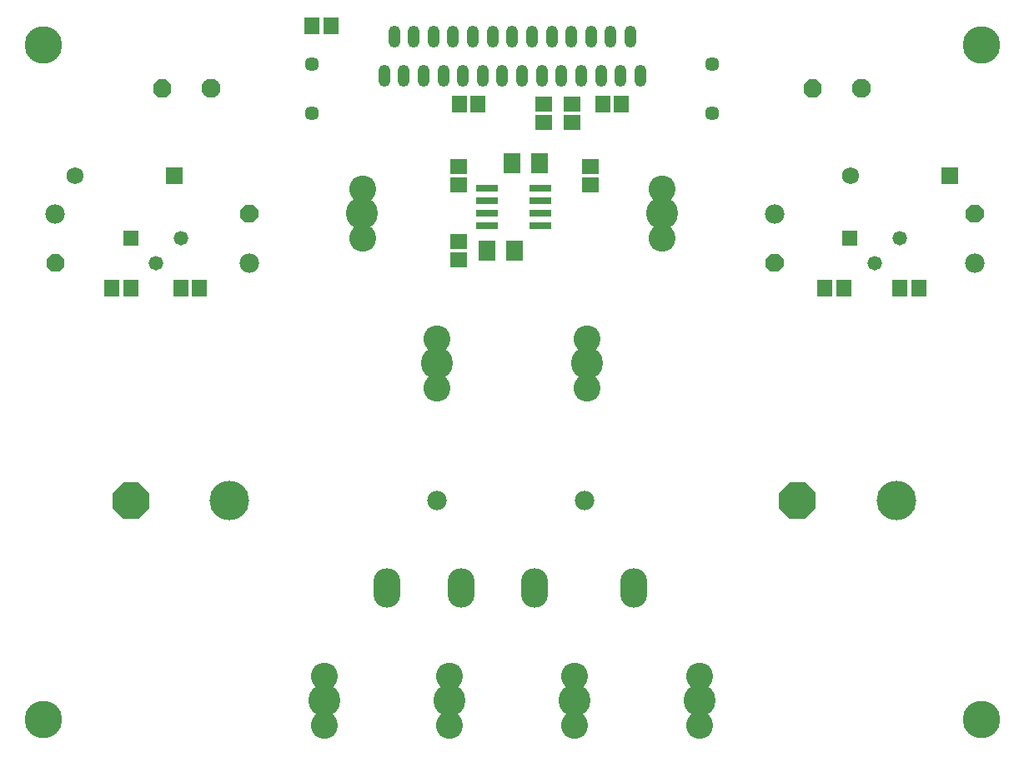
<source format=gbr>
G04 DipTrace 2.3.1.0*
%INTopMask.gbr*%
%MOIN*%
%ADD34R,0.0591X0.0591*%
%ADD36C,0.15*%
%ADD48C,0.0679*%
%ADD50R,0.0669X0.0669*%
%ADD51R,0.0591X0.0669*%
%ADD53R,0.0669X0.0591*%
%ADD56C,0.0579*%
%ADD58C,0.1279*%
%ADD60O,0.0479X0.0879*%
%ADD62R,0.0866X0.0315*%
%ADD64C,0.0779*%
%ADD66C,0.0571*%
%ADD68C,0.0768*%
%ADD70C,0.1579*%
%ADD72R,0.0709X0.0787*%
%ADD74O,0.1079X0.1579*%
%ADD76C,0.1079*%
%FSLAX44Y44*%
G04*
G70*
G90*
G75*
G01*
%LNTopMask*%
%LPD*%
D76*
X16921Y5453D3*
Y7421D3*
X31937Y5437D3*
Y7406D3*
D74*
X19437Y10937D3*
X22390D3*
X25343D3*
X29295D3*
D72*
X25539Y27937D3*
X24437D3*
X24539Y24437D3*
X23437D3*
G36*
X36147Y13705D2*
X35540D1*
X35111Y14134D1*
Y14740D1*
X35540Y15169D1*
X36147D1*
X36576Y14740D1*
Y14134D1*
X36147Y13705D1*
G37*
D70*
X39781Y14437D3*
G36*
X9490Y13705D2*
X8884D1*
X8455Y14134D1*
Y14740D1*
X8884Y15169D1*
X9490D1*
X9919Y14740D1*
Y14134D1*
X9490Y13705D1*
G37*
D70*
X13124Y14437D3*
G36*
X36585Y30579D2*
X36289D1*
X36079Y30789D1*
Y31085D1*
X36289Y31295D1*
X36585D1*
X36795Y31085D1*
Y30789D1*
X36585Y30579D1*
G37*
D68*
X38406Y30937D3*
G36*
X10585Y30579D2*
X10289D1*
X10079Y30789D1*
Y31085D1*
X10289Y31295D1*
X10585D1*
X10795Y31085D1*
Y30789D1*
X10585Y30579D1*
G37*
D68*
X12406Y30937D3*
D66*
X32421Y29953D3*
Y31921D3*
X16421D3*
Y29953D3*
G36*
X35279Y24101D2*
Y23805D1*
X35069Y23595D1*
X34773D1*
X34564Y23805D1*
Y24101D1*
X34773Y24310D1*
X35069D1*
X35279Y24101D1*
G37*
D64*
X34921Y25921D3*
G36*
X13564Y25773D2*
Y26069D1*
X13773Y26279D1*
X14069D1*
X14279Y26069D1*
Y25773D1*
X14069Y25564D1*
X13773D1*
X13564Y25773D1*
G37*
D64*
X13921Y23953D3*
G36*
X42564Y25773D2*
Y26069D1*
X42773Y26279D1*
X43069D1*
X43279Y26069D1*
Y25773D1*
X43069Y25564D1*
X42773D1*
X42564Y25773D1*
G37*
D64*
X42921Y23953D3*
G36*
X6529Y24101D2*
Y23805D1*
X6319Y23595D1*
X6023D1*
X5814Y23805D1*
Y24101D1*
X6023Y24310D1*
X6319D1*
X6529Y24101D1*
G37*
D64*
X6171Y25921D3*
X21437Y14437D3*
X27343D3*
D76*
X21937Y5437D3*
Y7406D3*
X26937Y5437D3*
Y7406D3*
D36*
X43187Y32687D3*
X5687Y5687D3*
X43187D3*
X5687Y32687D3*
D62*
X23437Y26937D3*
Y26437D3*
Y25937D3*
Y25437D3*
X25563D3*
Y25937D3*
Y26437D3*
Y26937D3*
D60*
X19319Y31441D3*
X19713Y33007D3*
X20106Y31441D3*
X20500Y33007D3*
X20894Y31441D3*
X21287Y33007D3*
X21681Y31441D3*
X22075Y33007D3*
X22469Y31441D3*
X22862Y33007D3*
X23256Y31441D3*
X23650Y33007D3*
X24043Y31441D3*
X24437Y33007D3*
X24831Y31441D3*
X25224Y33007D3*
X25618Y31441D3*
X26012Y33007D3*
X26406Y31441D3*
X26799Y33007D3*
X27193Y31441D3*
X27587Y33007D3*
X27980Y31441D3*
X28374Y33007D3*
X28768Y31441D3*
X29161Y33007D3*
X29555Y31441D3*
D76*
X27421Y18953D3*
Y20921D3*
X21421Y18953D3*
Y20921D3*
X18453Y24953D3*
Y26921D3*
X30437Y24953D3*
Y26921D3*
D58*
X21437Y19937D3*
X27437D3*
X30437Y25937D3*
X18437D3*
X16937Y6437D3*
X21937D3*
X26937D3*
X31937D3*
D56*
X39937Y24937D3*
X38937Y23937D3*
D34*
X37937Y24937D3*
D56*
X11187D3*
X10187Y23937D3*
D34*
X9187Y24937D3*
D53*
X22311Y24063D3*
Y24811D3*
Y27811D3*
Y27063D3*
D51*
X22313Y30312D3*
X23061D3*
D53*
X25687Y30311D3*
Y29563D3*
X27561Y27811D3*
Y27063D3*
D51*
X28811Y30312D3*
X28063D3*
D53*
X26812Y30311D3*
Y29563D3*
D51*
X36937Y22937D3*
X37685D3*
X11187D3*
X11935D3*
X39937D3*
X40685D3*
X8437D3*
X9185D3*
X16437Y33437D3*
X17185D3*
D50*
X41932Y27437D3*
D48*
X37956D3*
D50*
X10932D3*
D48*
X6956D3*
M02*

</source>
